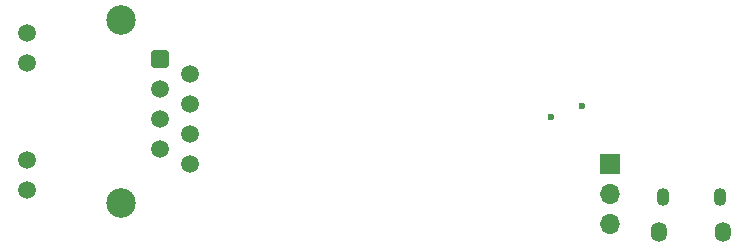
<source format=gbr>
%TF.GenerationSoftware,KiCad,Pcbnew,8.0.3*%
%TF.CreationDate,2024-06-27T21:22:13-04:00*%
%TF.ProjectId,rp2040-mgmt-module,72703230-3430-42d6-9d67-6d742d6d6f64,v0.0.0*%
%TF.SameCoordinates,Original*%
%TF.FileFunction,Copper,L2,Inr*%
%TF.FilePolarity,Positive*%
%FSLAX46Y46*%
G04 Gerber Fmt 4.6, Leading zero omitted, Abs format (unit mm)*
G04 Created by KiCad (PCBNEW 8.0.3) date 2024-06-27 21:22:13*
%MOMM*%
%LPD*%
G01*
G04 APERTURE LIST*
G04 Aperture macros list*
%AMRoundRect*
0 Rectangle with rounded corners*
0 $1 Rounding radius*
0 $2 $3 $4 $5 $6 $7 $8 $9 X,Y pos of 4 corners*
0 Add a 4 corners polygon primitive as box body*
4,1,4,$2,$3,$4,$5,$6,$7,$8,$9,$2,$3,0*
0 Add four circle primitives for the rounded corners*
1,1,$1+$1,$2,$3*
1,1,$1+$1,$4,$5*
1,1,$1+$1,$6,$7*
1,1,$1+$1,$8,$9*
0 Add four rect primitives between the rounded corners*
20,1,$1+$1,$2,$3,$4,$5,0*
20,1,$1+$1,$4,$5,$6,$7,0*
20,1,$1+$1,$6,$7,$8,$9,0*
20,1,$1+$1,$8,$9,$2,$3,0*%
G04 Aperture macros list end*
%TA.AperFunction,ComponentPad*%
%ADD10RoundRect,0.250500X-0.499500X0.499500X-0.499500X-0.499500X0.499500X-0.499500X0.499500X0.499500X0*%
%TD*%
%TA.AperFunction,ComponentPad*%
%ADD11C,1.500000*%
%TD*%
%TA.AperFunction,ComponentPad*%
%ADD12C,2.500000*%
%TD*%
%TA.AperFunction,ComponentPad*%
%ADD13R,1.700000X1.700000*%
%TD*%
%TA.AperFunction,ComponentPad*%
%ADD14O,1.700000X1.700000*%
%TD*%
%TA.AperFunction,ComponentPad*%
%ADD15O,1.350000X1.700000*%
%TD*%
%TA.AperFunction,ComponentPad*%
%ADD16O,1.100000X1.500000*%
%TD*%
%TA.AperFunction,ViaPad*%
%ADD17C,0.600000*%
%TD*%
G04 APERTURE END LIST*
D10*
%TO.N,unconnected-(J3-TD+-Pad1)*%
%TO.C,J3*%
X12560000Y-7645000D03*
D11*
%TO.N,unconnected-(J3-TD--Pad2)*%
X15100000Y-8905000D03*
%TO.N,unconnected-(J3-RD+-Pad3)*%
X12560000Y-10185000D03*
%TO.N,unconnected-(J3-TCT-Pad4)*%
X15100000Y-11445000D03*
%TO.N,unconnected-(J3-RCT-Pad5)*%
X12560000Y-12725000D03*
%TO.N,unconnected-(J3-RD--Pad6)*%
X15100000Y-13985000D03*
%TO.N,unconnected-(J3-NC-Pad7)*%
X12560000Y-15265000D03*
%TO.N,unconnected-(J3-Pad8)*%
X15100000Y-16525000D03*
%TO.N,unconnected-(J3-Pad9)*%
X1300000Y-5460000D03*
%TO.N,unconnected-(J3-Pad10)*%
X1300000Y-8000000D03*
%TO.N,unconnected-(J3-Pad11)*%
X1300000Y-16170000D03*
%TO.N,unconnected-(J3-Pad12)*%
X1300000Y-18710000D03*
D12*
%TO.N,unconnected-(J3-PadSH)*%
X9250000Y-4340000D03*
X9250000Y-19830000D03*
%TD*%
D13*
%TO.N,/SWCLK*%
%TO.C,J4*%
X50700000Y-16560000D03*
D14*
%TO.N,GND*%
X50700000Y-19100000D03*
%TO.N,/SWD*%
X50700000Y-21640000D03*
%TD*%
D15*
%TO.N,GND*%
%TO.C,J2*%
X54830000Y-22280000D03*
D16*
X55140000Y-19280000D03*
X59980000Y-19280000D03*
D15*
X60290000Y-22280000D03*
%TD*%
D17*
%TO.N,+1V1*%
X48325000Y-11600000D03*
X45675000Y-12500000D03*
%TD*%
M02*

</source>
